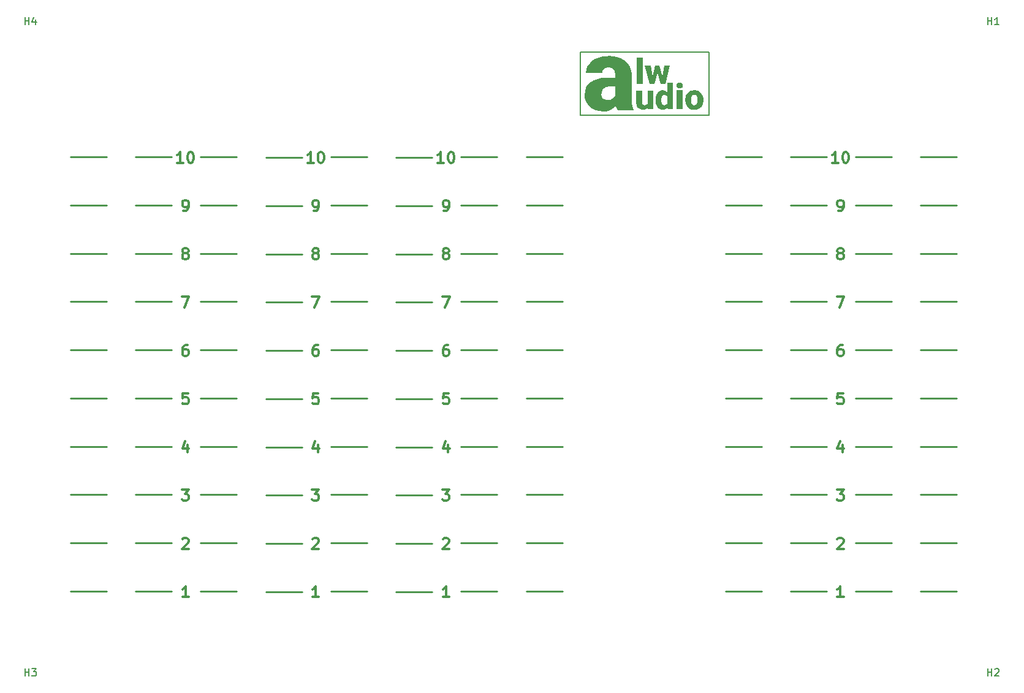
<source format=gto>
G04 #@! TF.GenerationSoftware,KiCad,Pcbnew,8.0.1-8.0.1-1~ubuntu22.04.1*
G04 #@! TF.CreationDate,2024-03-31T12:28:40+01:00*
G04 #@! TF.ProjectId,Arduino_Mixer,41726475-696e-46f5-9f4d-697865722e6b,1.0*
G04 #@! TF.SameCoordinates,Original*
G04 #@! TF.FileFunction,Legend,Top*
G04 #@! TF.FilePolarity,Positive*
%FSLAX46Y46*%
G04 Gerber Fmt 4.6, Leading zero omitted, Abs format (unit mm)*
G04 Created by KiCad (PCBNEW 8.0.1-8.0.1-1~ubuntu22.04.1) date 2024-03-31 12:28:40*
%MOMM*%
%LPD*%
G01*
G04 APERTURE LIST*
%ADD10C,0.150000*%
%ADD11C,0.750000*%
%ADD12C,1.000000*%
%ADD13C,0.250000*%
%ADD14C,0.300000*%
%ADD15C,3.200000*%
%ADD16R,1.600000X1.600000*%
%ADD17O,1.600000X1.600000*%
%ADD18C,4.000000*%
G04 APERTURE END LIST*
D10*
X156000000Y-50500000D02*
X173750000Y-50500000D01*
X173750000Y-59250000D01*
X156000000Y-59250000D01*
X156000000Y-50500000D01*
D11*
G36*
X164577110Y-51239404D02*
G01*
X164577110Y-54905001D01*
X163773551Y-54905001D01*
X163773551Y-51239404D01*
X164577110Y-51239404D01*
G37*
G36*
X168342725Y-52333612D02*
G01*
X167734926Y-54905001D01*
X167051046Y-54905001D01*
X166625331Y-53381658D01*
X166191922Y-54905001D01*
X165512316Y-54905001D01*
X164900244Y-52333612D01*
X165673028Y-52333612D01*
X165928628Y-53883455D01*
X166339811Y-52333612D01*
X166902302Y-52333612D01*
X167311775Y-53854390D01*
X167569940Y-52333612D01*
X168342725Y-52333612D01*
G37*
G36*
X165302878Y-58405001D02*
G01*
X165278942Y-58132303D01*
X165159070Y-58259877D01*
X165000536Y-58367308D01*
X164819027Y-58433812D01*
X164641361Y-58458432D01*
X164587369Y-58459711D01*
X164403576Y-58445713D01*
X164237735Y-58403718D01*
X164072622Y-58323010D01*
X163959909Y-58235740D01*
X163843377Y-58087104D01*
X163771810Y-57916949D01*
X163733908Y-57738698D01*
X163719783Y-57564099D01*
X163718841Y-57501424D01*
X163718841Y-55833612D01*
X164522400Y-55833612D01*
X164522400Y-57506553D01*
X164554540Y-57682365D01*
X164677959Y-57807387D01*
X164851517Y-57839945D01*
X165027509Y-57816005D01*
X165183146Y-57725982D01*
X165250732Y-57637345D01*
X165250732Y-55833612D01*
X166054291Y-55833612D01*
X166054291Y-58405001D01*
X165302878Y-58405001D01*
G37*
G36*
X168762456Y-58405001D02*
G01*
X168041817Y-58405001D01*
X168004204Y-58132303D01*
X167887196Y-58259877D01*
X167738946Y-58367308D01*
X167575202Y-58433812D01*
X167395964Y-58459391D01*
X167372470Y-58459711D01*
X167196758Y-58446728D01*
X167012728Y-58398763D01*
X166851279Y-58315455D01*
X166712409Y-58196804D01*
X166627041Y-58090416D01*
X166527780Y-57919645D01*
X166462103Y-57758620D01*
X166414338Y-57584070D01*
X166384485Y-57395996D01*
X166372544Y-57194399D01*
X166372295Y-57159484D01*
X166372295Y-57150081D01*
X167175854Y-57150081D01*
X167184119Y-57323705D01*
X167212302Y-57493673D01*
X167260484Y-57641619D01*
X167372508Y-57783972D01*
X167536038Y-57838202D01*
X167578489Y-57839945D01*
X167757406Y-57808689D01*
X167902125Y-57704287D01*
X167958897Y-57617684D01*
X167958897Y-56623493D01*
X167855514Y-56486490D01*
X167692508Y-56409426D01*
X167582763Y-56398668D01*
X167411145Y-56436628D01*
X167284646Y-56561550D01*
X167266468Y-56596993D01*
X167211250Y-56767736D01*
X167184703Y-56943631D01*
X167175943Y-57128061D01*
X167175854Y-57150081D01*
X166372295Y-57150081D01*
X166372295Y-57099645D01*
X166378536Y-56920806D01*
X166402498Y-56720691D01*
X166444433Y-56536384D01*
X166504339Y-56367886D01*
X166582217Y-56215195D01*
X166627896Y-56144777D01*
X166751174Y-56002214D01*
X166897360Y-55894667D01*
X167066454Y-55822135D01*
X167258454Y-55784618D01*
X167378454Y-55778901D01*
X167563995Y-55800202D01*
X167732091Y-55864103D01*
X167882741Y-55970604D01*
X167958897Y-56048179D01*
X167958897Y-54739404D01*
X168762456Y-54739404D01*
X168762456Y-58405001D01*
G37*
G36*
X169237752Y-55122377D02*
G01*
X169276161Y-54952816D01*
X169359141Y-54847115D01*
X169509291Y-54763071D01*
X169675436Y-54739404D01*
X169851321Y-54766332D01*
X169990875Y-54847115D01*
X170089721Y-54987224D01*
X170113119Y-55122377D01*
X170074440Y-55291937D01*
X169990875Y-55397638D01*
X169841393Y-55481682D01*
X169675436Y-55505349D01*
X169499337Y-55478422D01*
X169359141Y-55397638D01*
X169260987Y-55257530D01*
X169237752Y-55122377D01*
G37*
G36*
X170096022Y-55778901D02*
G01*
X170096022Y-58350290D01*
X169292463Y-58350290D01*
X169292463Y-55778901D01*
X170096022Y-55778901D01*
G37*
G36*
X171907073Y-55788063D02*
G01*
X172076382Y-55815550D01*
X172260929Y-55872721D01*
X172425161Y-55956279D01*
X172569076Y-56066224D01*
X172653733Y-56154181D01*
X172762967Y-56301352D01*
X172849600Y-56462047D01*
X172913634Y-56636266D01*
X172955068Y-56824009D01*
X172973901Y-57025276D01*
X172975157Y-57095370D01*
X172975157Y-57144952D01*
X172967309Y-57317370D01*
X172937176Y-57511875D01*
X172884442Y-57692856D01*
X172809109Y-57860313D01*
X172711175Y-58014246D01*
X172653733Y-58086141D01*
X172523332Y-58213097D01*
X172372554Y-58313785D01*
X172201400Y-58388207D01*
X172009871Y-58436363D01*
X171834697Y-58456428D01*
X171722801Y-58459711D01*
X171540595Y-58450820D01*
X171340239Y-58416680D01*
X171159839Y-58356934D01*
X170999395Y-58271582D01*
X170858905Y-58160625D01*
X170796144Y-58095545D01*
X170687201Y-57952020D01*
X170600797Y-57795212D01*
X170536934Y-57625120D01*
X170495611Y-57441745D01*
X170476827Y-57245086D01*
X170475575Y-57176581D01*
X170475575Y-57144952D01*
X171279134Y-57144952D01*
X171288150Y-57319194D01*
X171318895Y-57490034D01*
X171371458Y-57639055D01*
X171485550Y-57776382D01*
X171649804Y-57835040D01*
X171727930Y-57839945D01*
X171896910Y-57811815D01*
X172036621Y-57707890D01*
X172077564Y-57639910D01*
X172134866Y-57469568D01*
X172162415Y-57296577D01*
X172171506Y-57116761D01*
X172171598Y-57095370D01*
X172160587Y-56908571D01*
X172127556Y-56740761D01*
X172078419Y-56604686D01*
X171964911Y-56463853D01*
X171800907Y-56403697D01*
X171722801Y-56398668D01*
X171553822Y-56427399D01*
X171414110Y-56533544D01*
X171373168Y-56602977D01*
X171315866Y-56774962D01*
X171288317Y-56946934D01*
X171279226Y-57123978D01*
X171279134Y-57144952D01*
X170475575Y-57144952D01*
X170475575Y-57095370D01*
X170483381Y-56922952D01*
X170513354Y-56728447D01*
X170565807Y-56547466D01*
X170640740Y-56380009D01*
X170738153Y-56226076D01*
X170795289Y-56154181D01*
X170925600Y-56026644D01*
X171076107Y-55925495D01*
X171246810Y-55850732D01*
X171437709Y-55802356D01*
X171612218Y-55782200D01*
X171723656Y-55778901D01*
X171907073Y-55788063D01*
G37*
D12*
G36*
X160543548Y-51078649D02*
G01*
X161060315Y-51174018D01*
X161534773Y-51332967D01*
X162025205Y-51592475D01*
X162194870Y-51711200D01*
X162581690Y-52085044D01*
X162857990Y-52542236D01*
X163009091Y-53010650D01*
X163075576Y-53542878D01*
X163079030Y-53706664D01*
X163079030Y-56950209D01*
X163103373Y-57484428D01*
X163187522Y-57993713D01*
X163367842Y-58487732D01*
X163386775Y-58523133D01*
X161100662Y-58523133D01*
X160916994Y-58049213D01*
X160890614Y-57944277D01*
X160487921Y-58312645D01*
X160005243Y-58560456D01*
X159509048Y-58679525D01*
X159095429Y-58706315D01*
X158595494Y-58667236D01*
X158075765Y-58529849D01*
X157601244Y-58293545D01*
X157310013Y-58081053D01*
X156948730Y-57700170D01*
X156705684Y-57260941D01*
X156580877Y-56763365D01*
X156562630Y-56461723D01*
X156568513Y-56400662D01*
X158858513Y-56400662D01*
X159015005Y-56870782D01*
X159078332Y-56937997D01*
X159529904Y-57138152D01*
X159630321Y-57143161D01*
X160119379Y-57068743D01*
X160360607Y-56952651D01*
X160729595Y-56612438D01*
X160783147Y-56525226D01*
X160783147Y-55267376D01*
X160038206Y-55267376D01*
X159533310Y-55334228D01*
X159114968Y-55616643D01*
X158900838Y-56060356D01*
X158858513Y-56400662D01*
X156568513Y-56400662D01*
X156614532Y-55923015D01*
X156770237Y-55445062D01*
X157029745Y-55027865D01*
X157393056Y-54671423D01*
X157867650Y-54385048D01*
X158378340Y-54201590D01*
X158886956Y-54094199D01*
X159461003Y-54032833D01*
X159989357Y-54016852D01*
X160783147Y-54016852D01*
X160783147Y-53626064D01*
X160710697Y-53134907D01*
X160388697Y-52730074D01*
X159867236Y-52610013D01*
X159381930Y-52704677D01*
X159055618Y-53098976D01*
X159014829Y-53411130D01*
X156718946Y-53411130D01*
X156789077Y-52868818D01*
X156999472Y-52379442D01*
X157304241Y-51988883D01*
X157605547Y-51723412D01*
X158022420Y-51459794D01*
X158497263Y-51260925D01*
X159030075Y-51126803D01*
X159532910Y-51063377D01*
X159984473Y-51046859D01*
X160543548Y-51078649D01*
G37*
D13*
X148500000Y-118333328D02*
X153500000Y-118333328D01*
X130500000Y-71750002D02*
X135500000Y-71750002D01*
X112500000Y-71750002D02*
X117500000Y-71750002D01*
X94500000Y-84999998D02*
X99500000Y-84999998D01*
X121500000Y-91666664D02*
X126500000Y-91666664D01*
X121500000Y-78333332D02*
X126500000Y-78333332D01*
X176000000Y-78333332D02*
X181000000Y-78333332D01*
X130500000Y-65083336D02*
X135500000Y-65083336D01*
X185000000Y-111666662D02*
X190000000Y-111666662D01*
X121500000Y-71666666D02*
X126500000Y-71666666D01*
X112500000Y-118416664D02*
X117500000Y-118416664D01*
X185000000Y-125000000D02*
X190000000Y-125000000D01*
X94500000Y-71666666D02*
X99500000Y-71666666D01*
X112500000Y-65083336D02*
X117500000Y-65083336D01*
X103500000Y-65000000D02*
X108500000Y-65000000D01*
X139500000Y-111666662D02*
X144500000Y-111666662D01*
X194000000Y-71666666D02*
X199000000Y-71666666D01*
X148500000Y-78333332D02*
X153500000Y-78333332D01*
X94500000Y-125000000D02*
X99500000Y-125000000D01*
X103500000Y-78333332D02*
X108500000Y-78333332D01*
X203000000Y-125000000D02*
X208000000Y-125000000D01*
X203000000Y-104999996D02*
X208000000Y-104999996D01*
X130500000Y-98416666D02*
X135500000Y-98416666D01*
X103500000Y-84999998D02*
X108500000Y-84999998D01*
X148500000Y-125000000D02*
X153500000Y-125000000D01*
X176000000Y-84999998D02*
X181000000Y-84999998D01*
X185000000Y-104999996D02*
X190000000Y-104999996D01*
X194000000Y-111666662D02*
X199000000Y-111666662D01*
X103500000Y-118333328D02*
X108500000Y-118333328D01*
X130500000Y-91750000D02*
X135500000Y-91750000D01*
X85500000Y-84999998D02*
X90500000Y-84999998D01*
X121500000Y-84999998D02*
X126500000Y-84999998D01*
X194000000Y-98333330D02*
X199000000Y-98333330D01*
X130500000Y-125083336D02*
X135500000Y-125083336D01*
X85500000Y-104999996D02*
X90500000Y-104999996D01*
X130500000Y-105083332D02*
X135500000Y-105083332D01*
X121500000Y-118333328D02*
X126500000Y-118333328D01*
X185000000Y-118333328D02*
X190000000Y-118333328D01*
X203000000Y-78333332D02*
X208000000Y-78333332D01*
X148500000Y-111666662D02*
X153500000Y-111666662D01*
X85500000Y-98333330D02*
X90500000Y-98333330D01*
X121500000Y-125000000D02*
X126500000Y-125000000D01*
X85500000Y-65000000D02*
X90500000Y-65000000D01*
X203000000Y-65000000D02*
X208000000Y-65000000D01*
X85500000Y-78333332D02*
X90500000Y-78333332D01*
X94500000Y-91666664D02*
X99500000Y-91666664D01*
X194000000Y-118333328D02*
X199000000Y-118333328D01*
X94500000Y-111666662D02*
X99500000Y-111666662D01*
X94500000Y-118333328D02*
X99500000Y-118333328D01*
X103500000Y-98333330D02*
X108500000Y-98333330D01*
X85500000Y-111666662D02*
X90500000Y-111666662D01*
X176000000Y-104999996D02*
X181000000Y-104999996D01*
X130500000Y-111749998D02*
X135500000Y-111749998D01*
X94500000Y-78333332D02*
X99500000Y-78333332D01*
X194000000Y-65000000D02*
X199000000Y-65000000D01*
X85500000Y-71666666D02*
X90500000Y-71666666D01*
X103500000Y-104999996D02*
X108500000Y-104999996D01*
X194000000Y-104999996D02*
X199000000Y-104999996D01*
X139500000Y-71666666D02*
X144500000Y-71666666D01*
X194000000Y-125000000D02*
X199000000Y-125000000D01*
X121500000Y-104999996D02*
X126500000Y-104999996D01*
X203000000Y-111666662D02*
X208000000Y-111666662D01*
X139500000Y-78333332D02*
X144500000Y-78333332D01*
X185000000Y-84999998D02*
X190000000Y-84999998D01*
X176000000Y-91666664D02*
X181000000Y-91666664D01*
X176000000Y-65000000D02*
X181000000Y-65000000D01*
X130500000Y-118416664D02*
X135500000Y-118416664D01*
X194000000Y-84999998D02*
X199000000Y-84999998D01*
X112500000Y-85083334D02*
X117500000Y-85083334D01*
X112500000Y-125083336D02*
X117500000Y-125083336D01*
X176000000Y-71666666D02*
X181000000Y-71666666D01*
X176000000Y-111666662D02*
X181000000Y-111666662D01*
X203000000Y-118333328D02*
X208000000Y-118333328D01*
X85500000Y-118333328D02*
X90500000Y-118333328D01*
X112500000Y-78416668D02*
X117500000Y-78416668D01*
X203000000Y-71666666D02*
X208000000Y-71666666D01*
X139500000Y-118333328D02*
X144500000Y-118333328D01*
X103500000Y-91666664D02*
X108500000Y-91666664D01*
X112500000Y-105083332D02*
X117500000Y-105083332D01*
X139500000Y-65000000D02*
X144500000Y-65000000D01*
X130500000Y-85083334D02*
X135500000Y-85083334D01*
X103500000Y-71666666D02*
X108500000Y-71666666D01*
X176000000Y-98333330D02*
X181000000Y-98333330D01*
X194000000Y-91666664D02*
X199000000Y-91666664D01*
X203000000Y-98333330D02*
X208000000Y-98333330D01*
X121500000Y-98333330D02*
X126500000Y-98333330D01*
X130500000Y-78416668D02*
X135500000Y-78416668D01*
X148500000Y-104999996D02*
X153500000Y-104999996D01*
X121500000Y-65000000D02*
X126500000Y-65000000D01*
X185000000Y-98333330D02*
X190000000Y-98333330D01*
X203000000Y-91666664D02*
X208000000Y-91666664D01*
X148500000Y-91666664D02*
X153500000Y-91666664D01*
X94500000Y-98333330D02*
X99500000Y-98333330D01*
X103500000Y-111666662D02*
X108500000Y-111666662D01*
X139500000Y-98333330D02*
X144500000Y-98333330D01*
X148500000Y-84999998D02*
X153500000Y-84999998D01*
X94500000Y-65000000D02*
X99500000Y-65000000D01*
X121500000Y-111666662D02*
X126500000Y-111666662D01*
X176000000Y-125000000D02*
X181000000Y-125000000D01*
X203000000Y-84999998D02*
X208000000Y-84999998D01*
X139500000Y-104999996D02*
X144500000Y-104999996D01*
X148500000Y-98333330D02*
X153500000Y-98333330D01*
X139500000Y-91666664D02*
X144500000Y-91666664D01*
X185000000Y-78333332D02*
X190000000Y-78333332D01*
X139500000Y-84999998D02*
X144500000Y-84999998D01*
X85500000Y-91666664D02*
X90500000Y-91666664D01*
X94500000Y-104999996D02*
X99500000Y-104999996D01*
X176000000Y-118333328D02*
X181000000Y-118333328D01*
X194000000Y-78333332D02*
X199000000Y-78333332D01*
X103500000Y-125000000D02*
X108500000Y-125000000D01*
X112500000Y-111749998D02*
X117500000Y-111749998D01*
X185000000Y-65000000D02*
X190000000Y-65000000D01*
X148500000Y-65000000D02*
X153500000Y-65000000D01*
X148500000Y-71666666D02*
X153500000Y-71666666D01*
X185000000Y-71666666D02*
X190000000Y-71666666D01*
X185000000Y-91666664D02*
X190000000Y-91666664D01*
X112500000Y-98416666D02*
X117500000Y-98416666D01*
X85500000Y-125000000D02*
X90500000Y-125000000D01*
X112500000Y-91750000D02*
X117500000Y-91750000D01*
X139500000Y-125000000D02*
X144500000Y-125000000D01*
D14*
X101840225Y-125800828D02*
X100983082Y-125800828D01*
X101411653Y-125800828D02*
X101411653Y-124300828D01*
X101411653Y-124300828D02*
X101268796Y-124515114D01*
X101268796Y-124515114D02*
X101125939Y-124657971D01*
X101125939Y-124657971D02*
X100983082Y-124729400D01*
X191411653Y-84300826D02*
X192411653Y-84300826D01*
X192411653Y-84300826D02*
X191768796Y-85800826D01*
X137125939Y-72467494D02*
X137411653Y-72467494D01*
X137411653Y-72467494D02*
X137554510Y-72396066D01*
X137554510Y-72396066D02*
X137625939Y-72324637D01*
X137625939Y-72324637D02*
X137768796Y-72110351D01*
X137768796Y-72110351D02*
X137840225Y-71824637D01*
X137840225Y-71824637D02*
X137840225Y-71253208D01*
X137840225Y-71253208D02*
X137768796Y-71110351D01*
X137768796Y-71110351D02*
X137697368Y-71038923D01*
X137697368Y-71038923D02*
X137554510Y-70967494D01*
X137554510Y-70967494D02*
X137268796Y-70967494D01*
X137268796Y-70967494D02*
X137125939Y-71038923D01*
X137125939Y-71038923D02*
X137054510Y-71110351D01*
X137054510Y-71110351D02*
X136983082Y-71253208D01*
X136983082Y-71253208D02*
X136983082Y-71610351D01*
X136983082Y-71610351D02*
X137054510Y-71753208D01*
X137054510Y-71753208D02*
X137125939Y-71824637D01*
X137125939Y-71824637D02*
X137268796Y-71896066D01*
X137268796Y-71896066D02*
X137554510Y-71896066D01*
X137554510Y-71896066D02*
X137697368Y-71824637D01*
X137697368Y-71824637D02*
X137768796Y-71753208D01*
X137768796Y-71753208D02*
X137840225Y-71610351D01*
X191625939Y-65800828D02*
X190768796Y-65800828D01*
X191197367Y-65800828D02*
X191197367Y-64300828D01*
X191197367Y-64300828D02*
X191054510Y-64515114D01*
X191054510Y-64515114D02*
X190911653Y-64657971D01*
X190911653Y-64657971D02*
X190768796Y-64729400D01*
X192554510Y-64300828D02*
X192697367Y-64300828D01*
X192697367Y-64300828D02*
X192840224Y-64372257D01*
X192840224Y-64372257D02*
X192911653Y-64443685D01*
X192911653Y-64443685D02*
X192983081Y-64586542D01*
X192983081Y-64586542D02*
X193054510Y-64872257D01*
X193054510Y-64872257D02*
X193054510Y-65229400D01*
X193054510Y-65229400D02*
X192983081Y-65515114D01*
X192983081Y-65515114D02*
X192911653Y-65657971D01*
X192911653Y-65657971D02*
X192840224Y-65729400D01*
X192840224Y-65729400D02*
X192697367Y-65800828D01*
X192697367Y-65800828D02*
X192554510Y-65800828D01*
X192554510Y-65800828D02*
X192411653Y-65729400D01*
X192411653Y-65729400D02*
X192340224Y-65657971D01*
X192340224Y-65657971D02*
X192268795Y-65515114D01*
X192268795Y-65515114D02*
X192197367Y-65229400D01*
X192197367Y-65229400D02*
X192197367Y-64872257D01*
X192197367Y-64872257D02*
X192268795Y-64586542D01*
X192268795Y-64586542D02*
X192340224Y-64443685D01*
X192340224Y-64443685D02*
X192411653Y-64372257D01*
X192411653Y-64372257D02*
X192554510Y-64300828D01*
X101268796Y-78277017D02*
X101125939Y-78205589D01*
X101125939Y-78205589D02*
X101054510Y-78134160D01*
X101054510Y-78134160D02*
X100983082Y-77991303D01*
X100983082Y-77991303D02*
X100983082Y-77919874D01*
X100983082Y-77919874D02*
X101054510Y-77777017D01*
X101054510Y-77777017D02*
X101125939Y-77705589D01*
X101125939Y-77705589D02*
X101268796Y-77634160D01*
X101268796Y-77634160D02*
X101554510Y-77634160D01*
X101554510Y-77634160D02*
X101697368Y-77705589D01*
X101697368Y-77705589D02*
X101768796Y-77777017D01*
X101768796Y-77777017D02*
X101840225Y-77919874D01*
X101840225Y-77919874D02*
X101840225Y-77991303D01*
X101840225Y-77991303D02*
X101768796Y-78134160D01*
X101768796Y-78134160D02*
X101697368Y-78205589D01*
X101697368Y-78205589D02*
X101554510Y-78277017D01*
X101554510Y-78277017D02*
X101268796Y-78277017D01*
X101268796Y-78277017D02*
X101125939Y-78348446D01*
X101125939Y-78348446D02*
X101054510Y-78419874D01*
X101054510Y-78419874D02*
X100983082Y-78562732D01*
X100983082Y-78562732D02*
X100983082Y-78848446D01*
X100983082Y-78848446D02*
X101054510Y-78991303D01*
X101054510Y-78991303D02*
X101125939Y-79062732D01*
X101125939Y-79062732D02*
X101268796Y-79134160D01*
X101268796Y-79134160D02*
X101554510Y-79134160D01*
X101554510Y-79134160D02*
X101697368Y-79062732D01*
X101697368Y-79062732D02*
X101768796Y-78991303D01*
X101768796Y-78991303D02*
X101840225Y-78848446D01*
X101840225Y-78848446D02*
X101840225Y-78562732D01*
X101840225Y-78562732D02*
X101768796Y-78419874D01*
X101768796Y-78419874D02*
X101697368Y-78348446D01*
X101697368Y-78348446D02*
X101554510Y-78277017D01*
X119697368Y-104800824D02*
X119697368Y-105800824D01*
X119340225Y-104229396D02*
X118983082Y-105300824D01*
X118983082Y-105300824D02*
X119911653Y-105300824D01*
X118911653Y-84300826D02*
X119911653Y-84300826D01*
X119911653Y-84300826D02*
X119268796Y-85800826D01*
X101125939Y-72467494D02*
X101411653Y-72467494D01*
X101411653Y-72467494D02*
X101554510Y-72396066D01*
X101554510Y-72396066D02*
X101625939Y-72324637D01*
X101625939Y-72324637D02*
X101768796Y-72110351D01*
X101768796Y-72110351D02*
X101840225Y-71824637D01*
X101840225Y-71824637D02*
X101840225Y-71253208D01*
X101840225Y-71253208D02*
X101768796Y-71110351D01*
X101768796Y-71110351D02*
X101697368Y-71038923D01*
X101697368Y-71038923D02*
X101554510Y-70967494D01*
X101554510Y-70967494D02*
X101268796Y-70967494D01*
X101268796Y-70967494D02*
X101125939Y-71038923D01*
X101125939Y-71038923D02*
X101054510Y-71110351D01*
X101054510Y-71110351D02*
X100983082Y-71253208D01*
X100983082Y-71253208D02*
X100983082Y-71610351D01*
X100983082Y-71610351D02*
X101054510Y-71753208D01*
X101054510Y-71753208D02*
X101125939Y-71824637D01*
X101125939Y-71824637D02*
X101268796Y-71896066D01*
X101268796Y-71896066D02*
X101554510Y-71896066D01*
X101554510Y-71896066D02*
X101697368Y-71824637D01*
X101697368Y-71824637D02*
X101768796Y-71753208D01*
X101768796Y-71753208D02*
X101840225Y-71610351D01*
X118983082Y-117777013D02*
X119054510Y-117705585D01*
X119054510Y-117705585D02*
X119197368Y-117634156D01*
X119197368Y-117634156D02*
X119554510Y-117634156D01*
X119554510Y-117634156D02*
X119697368Y-117705585D01*
X119697368Y-117705585D02*
X119768796Y-117777013D01*
X119768796Y-117777013D02*
X119840225Y-117919870D01*
X119840225Y-117919870D02*
X119840225Y-118062728D01*
X119840225Y-118062728D02*
X119768796Y-118277013D01*
X119768796Y-118277013D02*
X118911653Y-119134156D01*
X118911653Y-119134156D02*
X119840225Y-119134156D01*
X119697368Y-90967492D02*
X119411653Y-90967492D01*
X119411653Y-90967492D02*
X119268796Y-91038921D01*
X119268796Y-91038921D02*
X119197368Y-91110349D01*
X119197368Y-91110349D02*
X119054510Y-91324635D01*
X119054510Y-91324635D02*
X118983082Y-91610349D01*
X118983082Y-91610349D02*
X118983082Y-92181778D01*
X118983082Y-92181778D02*
X119054510Y-92324635D01*
X119054510Y-92324635D02*
X119125939Y-92396064D01*
X119125939Y-92396064D02*
X119268796Y-92467492D01*
X119268796Y-92467492D02*
X119554510Y-92467492D01*
X119554510Y-92467492D02*
X119697368Y-92396064D01*
X119697368Y-92396064D02*
X119768796Y-92324635D01*
X119768796Y-92324635D02*
X119840225Y-92181778D01*
X119840225Y-92181778D02*
X119840225Y-91824635D01*
X119840225Y-91824635D02*
X119768796Y-91681778D01*
X119768796Y-91681778D02*
X119697368Y-91610349D01*
X119697368Y-91610349D02*
X119554510Y-91538921D01*
X119554510Y-91538921D02*
X119268796Y-91538921D01*
X119268796Y-91538921D02*
X119125939Y-91610349D01*
X119125939Y-91610349D02*
X119054510Y-91681778D01*
X119054510Y-91681778D02*
X118983082Y-91824635D01*
X137840225Y-125800828D02*
X136983082Y-125800828D01*
X137411653Y-125800828D02*
X137411653Y-124300828D01*
X137411653Y-124300828D02*
X137268796Y-124515114D01*
X137268796Y-124515114D02*
X137125939Y-124657971D01*
X137125939Y-124657971D02*
X136983082Y-124729400D01*
X100911653Y-110967490D02*
X101840225Y-110967490D01*
X101840225Y-110967490D02*
X101340225Y-111538919D01*
X101340225Y-111538919D02*
X101554510Y-111538919D01*
X101554510Y-111538919D02*
X101697368Y-111610347D01*
X101697368Y-111610347D02*
X101768796Y-111681776D01*
X101768796Y-111681776D02*
X101840225Y-111824633D01*
X101840225Y-111824633D02*
X101840225Y-112181776D01*
X101840225Y-112181776D02*
X101768796Y-112324633D01*
X101768796Y-112324633D02*
X101697368Y-112396062D01*
X101697368Y-112396062D02*
X101554510Y-112467490D01*
X101554510Y-112467490D02*
X101125939Y-112467490D01*
X101125939Y-112467490D02*
X100983082Y-112396062D01*
X100983082Y-112396062D02*
X100911653Y-112324633D01*
X137697368Y-90967492D02*
X137411653Y-90967492D01*
X137411653Y-90967492D02*
X137268796Y-91038921D01*
X137268796Y-91038921D02*
X137197368Y-91110349D01*
X137197368Y-91110349D02*
X137054510Y-91324635D01*
X137054510Y-91324635D02*
X136983082Y-91610349D01*
X136983082Y-91610349D02*
X136983082Y-92181778D01*
X136983082Y-92181778D02*
X137054510Y-92324635D01*
X137054510Y-92324635D02*
X137125939Y-92396064D01*
X137125939Y-92396064D02*
X137268796Y-92467492D01*
X137268796Y-92467492D02*
X137554510Y-92467492D01*
X137554510Y-92467492D02*
X137697368Y-92396064D01*
X137697368Y-92396064D02*
X137768796Y-92324635D01*
X137768796Y-92324635D02*
X137840225Y-92181778D01*
X137840225Y-92181778D02*
X137840225Y-91824635D01*
X137840225Y-91824635D02*
X137768796Y-91681778D01*
X137768796Y-91681778D02*
X137697368Y-91610349D01*
X137697368Y-91610349D02*
X137554510Y-91538921D01*
X137554510Y-91538921D02*
X137268796Y-91538921D01*
X137268796Y-91538921D02*
X137125939Y-91610349D01*
X137125939Y-91610349D02*
X137054510Y-91681778D01*
X137054510Y-91681778D02*
X136983082Y-91824635D01*
X137697368Y-104800824D02*
X137697368Y-105800824D01*
X137340225Y-104229396D02*
X136983082Y-105300824D01*
X136983082Y-105300824D02*
X137911653Y-105300824D01*
X137268796Y-78277017D02*
X137125939Y-78205589D01*
X137125939Y-78205589D02*
X137054510Y-78134160D01*
X137054510Y-78134160D02*
X136983082Y-77991303D01*
X136983082Y-77991303D02*
X136983082Y-77919874D01*
X136983082Y-77919874D02*
X137054510Y-77777017D01*
X137054510Y-77777017D02*
X137125939Y-77705589D01*
X137125939Y-77705589D02*
X137268796Y-77634160D01*
X137268796Y-77634160D02*
X137554510Y-77634160D01*
X137554510Y-77634160D02*
X137697368Y-77705589D01*
X137697368Y-77705589D02*
X137768796Y-77777017D01*
X137768796Y-77777017D02*
X137840225Y-77919874D01*
X137840225Y-77919874D02*
X137840225Y-77991303D01*
X137840225Y-77991303D02*
X137768796Y-78134160D01*
X137768796Y-78134160D02*
X137697368Y-78205589D01*
X137697368Y-78205589D02*
X137554510Y-78277017D01*
X137554510Y-78277017D02*
X137268796Y-78277017D01*
X137268796Y-78277017D02*
X137125939Y-78348446D01*
X137125939Y-78348446D02*
X137054510Y-78419874D01*
X137054510Y-78419874D02*
X136983082Y-78562732D01*
X136983082Y-78562732D02*
X136983082Y-78848446D01*
X136983082Y-78848446D02*
X137054510Y-78991303D01*
X137054510Y-78991303D02*
X137125939Y-79062732D01*
X137125939Y-79062732D02*
X137268796Y-79134160D01*
X137268796Y-79134160D02*
X137554510Y-79134160D01*
X137554510Y-79134160D02*
X137697368Y-79062732D01*
X137697368Y-79062732D02*
X137768796Y-78991303D01*
X137768796Y-78991303D02*
X137840225Y-78848446D01*
X137840225Y-78848446D02*
X137840225Y-78562732D01*
X137840225Y-78562732D02*
X137768796Y-78419874D01*
X137768796Y-78419874D02*
X137697368Y-78348446D01*
X137697368Y-78348446D02*
X137554510Y-78277017D01*
X101125939Y-65800828D02*
X100268796Y-65800828D01*
X100697367Y-65800828D02*
X100697367Y-64300828D01*
X100697367Y-64300828D02*
X100554510Y-64515114D01*
X100554510Y-64515114D02*
X100411653Y-64657971D01*
X100411653Y-64657971D02*
X100268796Y-64729400D01*
X102054510Y-64300828D02*
X102197367Y-64300828D01*
X102197367Y-64300828D02*
X102340224Y-64372257D01*
X102340224Y-64372257D02*
X102411653Y-64443685D01*
X102411653Y-64443685D02*
X102483081Y-64586542D01*
X102483081Y-64586542D02*
X102554510Y-64872257D01*
X102554510Y-64872257D02*
X102554510Y-65229400D01*
X102554510Y-65229400D02*
X102483081Y-65515114D01*
X102483081Y-65515114D02*
X102411653Y-65657971D01*
X102411653Y-65657971D02*
X102340224Y-65729400D01*
X102340224Y-65729400D02*
X102197367Y-65800828D01*
X102197367Y-65800828D02*
X102054510Y-65800828D01*
X102054510Y-65800828D02*
X101911653Y-65729400D01*
X101911653Y-65729400D02*
X101840224Y-65657971D01*
X101840224Y-65657971D02*
X101768795Y-65515114D01*
X101768795Y-65515114D02*
X101697367Y-65229400D01*
X101697367Y-65229400D02*
X101697367Y-64872257D01*
X101697367Y-64872257D02*
X101768795Y-64586542D01*
X101768795Y-64586542D02*
X101840224Y-64443685D01*
X101840224Y-64443685D02*
X101911653Y-64372257D01*
X101911653Y-64372257D02*
X102054510Y-64300828D01*
X119768796Y-97634158D02*
X119054510Y-97634158D01*
X119054510Y-97634158D02*
X118983082Y-98348444D01*
X118983082Y-98348444D02*
X119054510Y-98277015D01*
X119054510Y-98277015D02*
X119197368Y-98205587D01*
X119197368Y-98205587D02*
X119554510Y-98205587D01*
X119554510Y-98205587D02*
X119697368Y-98277015D01*
X119697368Y-98277015D02*
X119768796Y-98348444D01*
X119768796Y-98348444D02*
X119840225Y-98491301D01*
X119840225Y-98491301D02*
X119840225Y-98848444D01*
X119840225Y-98848444D02*
X119768796Y-98991301D01*
X119768796Y-98991301D02*
X119697368Y-99062730D01*
X119697368Y-99062730D02*
X119554510Y-99134158D01*
X119554510Y-99134158D02*
X119197368Y-99134158D01*
X119197368Y-99134158D02*
X119054510Y-99062730D01*
X119054510Y-99062730D02*
X118983082Y-98991301D01*
X101768796Y-97634158D02*
X101054510Y-97634158D01*
X101054510Y-97634158D02*
X100983082Y-98348444D01*
X100983082Y-98348444D02*
X101054510Y-98277015D01*
X101054510Y-98277015D02*
X101197368Y-98205587D01*
X101197368Y-98205587D02*
X101554510Y-98205587D01*
X101554510Y-98205587D02*
X101697368Y-98277015D01*
X101697368Y-98277015D02*
X101768796Y-98348444D01*
X101768796Y-98348444D02*
X101840225Y-98491301D01*
X101840225Y-98491301D02*
X101840225Y-98848444D01*
X101840225Y-98848444D02*
X101768796Y-98991301D01*
X101768796Y-98991301D02*
X101697368Y-99062730D01*
X101697368Y-99062730D02*
X101554510Y-99134158D01*
X101554510Y-99134158D02*
X101197368Y-99134158D01*
X101197368Y-99134158D02*
X101054510Y-99062730D01*
X101054510Y-99062730D02*
X100983082Y-98991301D01*
X101697368Y-104800824D02*
X101697368Y-105800824D01*
X101340225Y-104229396D02*
X100983082Y-105300824D01*
X100983082Y-105300824D02*
X101911653Y-105300824D01*
X192197368Y-104800824D02*
X192197368Y-105800824D01*
X191840225Y-104229396D02*
X191483082Y-105300824D01*
X191483082Y-105300824D02*
X192411653Y-105300824D01*
X191625939Y-72467494D02*
X191911653Y-72467494D01*
X191911653Y-72467494D02*
X192054510Y-72396066D01*
X192054510Y-72396066D02*
X192125939Y-72324637D01*
X192125939Y-72324637D02*
X192268796Y-72110351D01*
X192268796Y-72110351D02*
X192340225Y-71824637D01*
X192340225Y-71824637D02*
X192340225Y-71253208D01*
X192340225Y-71253208D02*
X192268796Y-71110351D01*
X192268796Y-71110351D02*
X192197368Y-71038923D01*
X192197368Y-71038923D02*
X192054510Y-70967494D01*
X192054510Y-70967494D02*
X191768796Y-70967494D01*
X191768796Y-70967494D02*
X191625939Y-71038923D01*
X191625939Y-71038923D02*
X191554510Y-71110351D01*
X191554510Y-71110351D02*
X191483082Y-71253208D01*
X191483082Y-71253208D02*
X191483082Y-71610351D01*
X191483082Y-71610351D02*
X191554510Y-71753208D01*
X191554510Y-71753208D02*
X191625939Y-71824637D01*
X191625939Y-71824637D02*
X191768796Y-71896066D01*
X191768796Y-71896066D02*
X192054510Y-71896066D01*
X192054510Y-71896066D02*
X192197368Y-71824637D01*
X192197368Y-71824637D02*
X192268796Y-71753208D01*
X192268796Y-71753208D02*
X192340225Y-71610351D01*
X137125939Y-65800828D02*
X136268796Y-65800828D01*
X136697367Y-65800828D02*
X136697367Y-64300828D01*
X136697367Y-64300828D02*
X136554510Y-64515114D01*
X136554510Y-64515114D02*
X136411653Y-64657971D01*
X136411653Y-64657971D02*
X136268796Y-64729400D01*
X138054510Y-64300828D02*
X138197367Y-64300828D01*
X138197367Y-64300828D02*
X138340224Y-64372257D01*
X138340224Y-64372257D02*
X138411653Y-64443685D01*
X138411653Y-64443685D02*
X138483081Y-64586542D01*
X138483081Y-64586542D02*
X138554510Y-64872257D01*
X138554510Y-64872257D02*
X138554510Y-65229400D01*
X138554510Y-65229400D02*
X138483081Y-65515114D01*
X138483081Y-65515114D02*
X138411653Y-65657971D01*
X138411653Y-65657971D02*
X138340224Y-65729400D01*
X138340224Y-65729400D02*
X138197367Y-65800828D01*
X138197367Y-65800828D02*
X138054510Y-65800828D01*
X138054510Y-65800828D02*
X137911653Y-65729400D01*
X137911653Y-65729400D02*
X137840224Y-65657971D01*
X137840224Y-65657971D02*
X137768795Y-65515114D01*
X137768795Y-65515114D02*
X137697367Y-65229400D01*
X137697367Y-65229400D02*
X137697367Y-64872257D01*
X137697367Y-64872257D02*
X137768795Y-64586542D01*
X137768795Y-64586542D02*
X137840224Y-64443685D01*
X137840224Y-64443685D02*
X137911653Y-64372257D01*
X137911653Y-64372257D02*
X138054510Y-64300828D01*
X119840225Y-125800828D02*
X118983082Y-125800828D01*
X119411653Y-125800828D02*
X119411653Y-124300828D01*
X119411653Y-124300828D02*
X119268796Y-124515114D01*
X119268796Y-124515114D02*
X119125939Y-124657971D01*
X119125939Y-124657971D02*
X118983082Y-124729400D01*
X100983082Y-117777013D02*
X101054510Y-117705585D01*
X101054510Y-117705585D02*
X101197368Y-117634156D01*
X101197368Y-117634156D02*
X101554510Y-117634156D01*
X101554510Y-117634156D02*
X101697368Y-117705585D01*
X101697368Y-117705585D02*
X101768796Y-117777013D01*
X101768796Y-117777013D02*
X101840225Y-117919870D01*
X101840225Y-117919870D02*
X101840225Y-118062728D01*
X101840225Y-118062728D02*
X101768796Y-118277013D01*
X101768796Y-118277013D02*
X100911653Y-119134156D01*
X100911653Y-119134156D02*
X101840225Y-119134156D01*
X136983082Y-117777013D02*
X137054510Y-117705585D01*
X137054510Y-117705585D02*
X137197368Y-117634156D01*
X137197368Y-117634156D02*
X137554510Y-117634156D01*
X137554510Y-117634156D02*
X137697368Y-117705585D01*
X137697368Y-117705585D02*
X137768796Y-117777013D01*
X137768796Y-117777013D02*
X137840225Y-117919870D01*
X137840225Y-117919870D02*
X137840225Y-118062728D01*
X137840225Y-118062728D02*
X137768796Y-118277013D01*
X137768796Y-118277013D02*
X136911653Y-119134156D01*
X136911653Y-119134156D02*
X137840225Y-119134156D01*
X136911653Y-84300826D02*
X137911653Y-84300826D01*
X137911653Y-84300826D02*
X137268796Y-85800826D01*
X192197368Y-90967492D02*
X191911653Y-90967492D01*
X191911653Y-90967492D02*
X191768796Y-91038921D01*
X191768796Y-91038921D02*
X191697368Y-91110349D01*
X191697368Y-91110349D02*
X191554510Y-91324635D01*
X191554510Y-91324635D02*
X191483082Y-91610349D01*
X191483082Y-91610349D02*
X191483082Y-92181778D01*
X191483082Y-92181778D02*
X191554510Y-92324635D01*
X191554510Y-92324635D02*
X191625939Y-92396064D01*
X191625939Y-92396064D02*
X191768796Y-92467492D01*
X191768796Y-92467492D02*
X192054510Y-92467492D01*
X192054510Y-92467492D02*
X192197368Y-92396064D01*
X192197368Y-92396064D02*
X192268796Y-92324635D01*
X192268796Y-92324635D02*
X192340225Y-92181778D01*
X192340225Y-92181778D02*
X192340225Y-91824635D01*
X192340225Y-91824635D02*
X192268796Y-91681778D01*
X192268796Y-91681778D02*
X192197368Y-91610349D01*
X192197368Y-91610349D02*
X192054510Y-91538921D01*
X192054510Y-91538921D02*
X191768796Y-91538921D01*
X191768796Y-91538921D02*
X191625939Y-91610349D01*
X191625939Y-91610349D02*
X191554510Y-91681778D01*
X191554510Y-91681778D02*
X191483082Y-91824635D01*
X119268796Y-78277017D02*
X119125939Y-78205589D01*
X119125939Y-78205589D02*
X119054510Y-78134160D01*
X119054510Y-78134160D02*
X118983082Y-77991303D01*
X118983082Y-77991303D02*
X118983082Y-77919874D01*
X118983082Y-77919874D02*
X119054510Y-77777017D01*
X119054510Y-77777017D02*
X119125939Y-77705589D01*
X119125939Y-77705589D02*
X119268796Y-77634160D01*
X119268796Y-77634160D02*
X119554510Y-77634160D01*
X119554510Y-77634160D02*
X119697368Y-77705589D01*
X119697368Y-77705589D02*
X119768796Y-77777017D01*
X119768796Y-77777017D02*
X119840225Y-77919874D01*
X119840225Y-77919874D02*
X119840225Y-77991303D01*
X119840225Y-77991303D02*
X119768796Y-78134160D01*
X119768796Y-78134160D02*
X119697368Y-78205589D01*
X119697368Y-78205589D02*
X119554510Y-78277017D01*
X119554510Y-78277017D02*
X119268796Y-78277017D01*
X119268796Y-78277017D02*
X119125939Y-78348446D01*
X119125939Y-78348446D02*
X119054510Y-78419874D01*
X119054510Y-78419874D02*
X118983082Y-78562732D01*
X118983082Y-78562732D02*
X118983082Y-78848446D01*
X118983082Y-78848446D02*
X119054510Y-78991303D01*
X119054510Y-78991303D02*
X119125939Y-79062732D01*
X119125939Y-79062732D02*
X119268796Y-79134160D01*
X119268796Y-79134160D02*
X119554510Y-79134160D01*
X119554510Y-79134160D02*
X119697368Y-79062732D01*
X119697368Y-79062732D02*
X119768796Y-78991303D01*
X119768796Y-78991303D02*
X119840225Y-78848446D01*
X119840225Y-78848446D02*
X119840225Y-78562732D01*
X119840225Y-78562732D02*
X119768796Y-78419874D01*
X119768796Y-78419874D02*
X119697368Y-78348446D01*
X119697368Y-78348446D02*
X119554510Y-78277017D01*
X118911653Y-110967490D02*
X119840225Y-110967490D01*
X119840225Y-110967490D02*
X119340225Y-111538919D01*
X119340225Y-111538919D02*
X119554510Y-111538919D01*
X119554510Y-111538919D02*
X119697368Y-111610347D01*
X119697368Y-111610347D02*
X119768796Y-111681776D01*
X119768796Y-111681776D02*
X119840225Y-111824633D01*
X119840225Y-111824633D02*
X119840225Y-112181776D01*
X119840225Y-112181776D02*
X119768796Y-112324633D01*
X119768796Y-112324633D02*
X119697368Y-112396062D01*
X119697368Y-112396062D02*
X119554510Y-112467490D01*
X119554510Y-112467490D02*
X119125939Y-112467490D01*
X119125939Y-112467490D02*
X118983082Y-112396062D01*
X118983082Y-112396062D02*
X118911653Y-112324633D01*
X192340225Y-125800828D02*
X191483082Y-125800828D01*
X191911653Y-125800828D02*
X191911653Y-124300828D01*
X191911653Y-124300828D02*
X191768796Y-124515114D01*
X191768796Y-124515114D02*
X191625939Y-124657971D01*
X191625939Y-124657971D02*
X191483082Y-124729400D01*
X192268796Y-97634158D02*
X191554510Y-97634158D01*
X191554510Y-97634158D02*
X191483082Y-98348444D01*
X191483082Y-98348444D02*
X191554510Y-98277015D01*
X191554510Y-98277015D02*
X191697368Y-98205587D01*
X191697368Y-98205587D02*
X192054510Y-98205587D01*
X192054510Y-98205587D02*
X192197368Y-98277015D01*
X192197368Y-98277015D02*
X192268796Y-98348444D01*
X192268796Y-98348444D02*
X192340225Y-98491301D01*
X192340225Y-98491301D02*
X192340225Y-98848444D01*
X192340225Y-98848444D02*
X192268796Y-98991301D01*
X192268796Y-98991301D02*
X192197368Y-99062730D01*
X192197368Y-99062730D02*
X192054510Y-99134158D01*
X192054510Y-99134158D02*
X191697368Y-99134158D01*
X191697368Y-99134158D02*
X191554510Y-99062730D01*
X191554510Y-99062730D02*
X191483082Y-98991301D01*
X137768796Y-97634158D02*
X137054510Y-97634158D01*
X137054510Y-97634158D02*
X136983082Y-98348444D01*
X136983082Y-98348444D02*
X137054510Y-98277015D01*
X137054510Y-98277015D02*
X137197368Y-98205587D01*
X137197368Y-98205587D02*
X137554510Y-98205587D01*
X137554510Y-98205587D02*
X137697368Y-98277015D01*
X137697368Y-98277015D02*
X137768796Y-98348444D01*
X137768796Y-98348444D02*
X137840225Y-98491301D01*
X137840225Y-98491301D02*
X137840225Y-98848444D01*
X137840225Y-98848444D02*
X137768796Y-98991301D01*
X137768796Y-98991301D02*
X137697368Y-99062730D01*
X137697368Y-99062730D02*
X137554510Y-99134158D01*
X137554510Y-99134158D02*
X137197368Y-99134158D01*
X137197368Y-99134158D02*
X137054510Y-99062730D01*
X137054510Y-99062730D02*
X136983082Y-98991301D01*
X191768796Y-78277017D02*
X191625939Y-78205589D01*
X191625939Y-78205589D02*
X191554510Y-78134160D01*
X191554510Y-78134160D02*
X191483082Y-77991303D01*
X191483082Y-77991303D02*
X191483082Y-77919874D01*
X191483082Y-77919874D02*
X191554510Y-77777017D01*
X191554510Y-77777017D02*
X191625939Y-77705589D01*
X191625939Y-77705589D02*
X191768796Y-77634160D01*
X191768796Y-77634160D02*
X192054510Y-77634160D01*
X192054510Y-77634160D02*
X192197368Y-77705589D01*
X192197368Y-77705589D02*
X192268796Y-77777017D01*
X192268796Y-77777017D02*
X192340225Y-77919874D01*
X192340225Y-77919874D02*
X192340225Y-77991303D01*
X192340225Y-77991303D02*
X192268796Y-78134160D01*
X192268796Y-78134160D02*
X192197368Y-78205589D01*
X192197368Y-78205589D02*
X192054510Y-78277017D01*
X192054510Y-78277017D02*
X191768796Y-78277017D01*
X191768796Y-78277017D02*
X191625939Y-78348446D01*
X191625939Y-78348446D02*
X191554510Y-78419874D01*
X191554510Y-78419874D02*
X191483082Y-78562732D01*
X191483082Y-78562732D02*
X191483082Y-78848446D01*
X191483082Y-78848446D02*
X191554510Y-78991303D01*
X191554510Y-78991303D02*
X191625939Y-79062732D01*
X191625939Y-79062732D02*
X191768796Y-79134160D01*
X191768796Y-79134160D02*
X192054510Y-79134160D01*
X192054510Y-79134160D02*
X192197368Y-79062732D01*
X192197368Y-79062732D02*
X192268796Y-78991303D01*
X192268796Y-78991303D02*
X192340225Y-78848446D01*
X192340225Y-78848446D02*
X192340225Y-78562732D01*
X192340225Y-78562732D02*
X192268796Y-78419874D01*
X192268796Y-78419874D02*
X192197368Y-78348446D01*
X192197368Y-78348446D02*
X192054510Y-78277017D01*
X119125939Y-65800828D02*
X118268796Y-65800828D01*
X118697367Y-65800828D02*
X118697367Y-64300828D01*
X118697367Y-64300828D02*
X118554510Y-64515114D01*
X118554510Y-64515114D02*
X118411653Y-64657971D01*
X118411653Y-64657971D02*
X118268796Y-64729400D01*
X120054510Y-64300828D02*
X120197367Y-64300828D01*
X120197367Y-64300828D02*
X120340224Y-64372257D01*
X120340224Y-64372257D02*
X120411653Y-64443685D01*
X120411653Y-64443685D02*
X120483081Y-64586542D01*
X120483081Y-64586542D02*
X120554510Y-64872257D01*
X120554510Y-64872257D02*
X120554510Y-65229400D01*
X120554510Y-65229400D02*
X120483081Y-65515114D01*
X120483081Y-65515114D02*
X120411653Y-65657971D01*
X120411653Y-65657971D02*
X120340224Y-65729400D01*
X120340224Y-65729400D02*
X120197367Y-65800828D01*
X120197367Y-65800828D02*
X120054510Y-65800828D01*
X120054510Y-65800828D02*
X119911653Y-65729400D01*
X119911653Y-65729400D02*
X119840224Y-65657971D01*
X119840224Y-65657971D02*
X119768795Y-65515114D01*
X119768795Y-65515114D02*
X119697367Y-65229400D01*
X119697367Y-65229400D02*
X119697367Y-64872257D01*
X119697367Y-64872257D02*
X119768795Y-64586542D01*
X119768795Y-64586542D02*
X119840224Y-64443685D01*
X119840224Y-64443685D02*
X119911653Y-64372257D01*
X119911653Y-64372257D02*
X120054510Y-64300828D01*
X191483082Y-117777013D02*
X191554510Y-117705585D01*
X191554510Y-117705585D02*
X191697368Y-117634156D01*
X191697368Y-117634156D02*
X192054510Y-117634156D01*
X192054510Y-117634156D02*
X192197368Y-117705585D01*
X192197368Y-117705585D02*
X192268796Y-117777013D01*
X192268796Y-117777013D02*
X192340225Y-117919870D01*
X192340225Y-117919870D02*
X192340225Y-118062728D01*
X192340225Y-118062728D02*
X192268796Y-118277013D01*
X192268796Y-118277013D02*
X191411653Y-119134156D01*
X191411653Y-119134156D02*
X192340225Y-119134156D01*
X119125939Y-72467494D02*
X119411653Y-72467494D01*
X119411653Y-72467494D02*
X119554510Y-72396066D01*
X119554510Y-72396066D02*
X119625939Y-72324637D01*
X119625939Y-72324637D02*
X119768796Y-72110351D01*
X119768796Y-72110351D02*
X119840225Y-71824637D01*
X119840225Y-71824637D02*
X119840225Y-71253208D01*
X119840225Y-71253208D02*
X119768796Y-71110351D01*
X119768796Y-71110351D02*
X119697368Y-71038923D01*
X119697368Y-71038923D02*
X119554510Y-70967494D01*
X119554510Y-70967494D02*
X119268796Y-70967494D01*
X119268796Y-70967494D02*
X119125939Y-71038923D01*
X119125939Y-71038923D02*
X119054510Y-71110351D01*
X119054510Y-71110351D02*
X118983082Y-71253208D01*
X118983082Y-71253208D02*
X118983082Y-71610351D01*
X118983082Y-71610351D02*
X119054510Y-71753208D01*
X119054510Y-71753208D02*
X119125939Y-71824637D01*
X119125939Y-71824637D02*
X119268796Y-71896066D01*
X119268796Y-71896066D02*
X119554510Y-71896066D01*
X119554510Y-71896066D02*
X119697368Y-71824637D01*
X119697368Y-71824637D02*
X119768796Y-71753208D01*
X119768796Y-71753208D02*
X119840225Y-71610351D01*
X100911653Y-84300826D02*
X101911653Y-84300826D01*
X101911653Y-84300826D02*
X101268796Y-85800826D01*
X101697368Y-90967492D02*
X101411653Y-90967492D01*
X101411653Y-90967492D02*
X101268796Y-91038921D01*
X101268796Y-91038921D02*
X101197368Y-91110349D01*
X101197368Y-91110349D02*
X101054510Y-91324635D01*
X101054510Y-91324635D02*
X100983082Y-91610349D01*
X100983082Y-91610349D02*
X100983082Y-92181778D01*
X100983082Y-92181778D02*
X101054510Y-92324635D01*
X101054510Y-92324635D02*
X101125939Y-92396064D01*
X101125939Y-92396064D02*
X101268796Y-92467492D01*
X101268796Y-92467492D02*
X101554510Y-92467492D01*
X101554510Y-92467492D02*
X101697368Y-92396064D01*
X101697368Y-92396064D02*
X101768796Y-92324635D01*
X101768796Y-92324635D02*
X101840225Y-92181778D01*
X101840225Y-92181778D02*
X101840225Y-91824635D01*
X101840225Y-91824635D02*
X101768796Y-91681778D01*
X101768796Y-91681778D02*
X101697368Y-91610349D01*
X101697368Y-91610349D02*
X101554510Y-91538921D01*
X101554510Y-91538921D02*
X101268796Y-91538921D01*
X101268796Y-91538921D02*
X101125939Y-91610349D01*
X101125939Y-91610349D02*
X101054510Y-91681778D01*
X101054510Y-91681778D02*
X100983082Y-91824635D01*
X136911653Y-110967490D02*
X137840225Y-110967490D01*
X137840225Y-110967490D02*
X137340225Y-111538919D01*
X137340225Y-111538919D02*
X137554510Y-111538919D01*
X137554510Y-111538919D02*
X137697368Y-111610347D01*
X137697368Y-111610347D02*
X137768796Y-111681776D01*
X137768796Y-111681776D02*
X137840225Y-111824633D01*
X137840225Y-111824633D02*
X137840225Y-112181776D01*
X137840225Y-112181776D02*
X137768796Y-112324633D01*
X137768796Y-112324633D02*
X137697368Y-112396062D01*
X137697368Y-112396062D02*
X137554510Y-112467490D01*
X137554510Y-112467490D02*
X137125939Y-112467490D01*
X137125939Y-112467490D02*
X136983082Y-112396062D01*
X136983082Y-112396062D02*
X136911653Y-112324633D01*
X191411653Y-110967490D02*
X192340225Y-110967490D01*
X192340225Y-110967490D02*
X191840225Y-111538919D01*
X191840225Y-111538919D02*
X192054510Y-111538919D01*
X192054510Y-111538919D02*
X192197368Y-111610347D01*
X192197368Y-111610347D02*
X192268796Y-111681776D01*
X192268796Y-111681776D02*
X192340225Y-111824633D01*
X192340225Y-111824633D02*
X192340225Y-112181776D01*
X192340225Y-112181776D02*
X192268796Y-112324633D01*
X192268796Y-112324633D02*
X192197368Y-112396062D01*
X192197368Y-112396062D02*
X192054510Y-112467490D01*
X192054510Y-112467490D02*
X191625939Y-112467490D01*
X191625939Y-112467490D02*
X191483082Y-112396062D01*
X191483082Y-112396062D02*
X191411653Y-112324633D01*
D10*
X212238095Y-136704819D02*
X212238095Y-135704819D01*
X212238095Y-136181009D02*
X212809523Y-136181009D01*
X212809523Y-136704819D02*
X212809523Y-135704819D01*
X213238095Y-135800057D02*
X213285714Y-135752438D01*
X213285714Y-135752438D02*
X213380952Y-135704819D01*
X213380952Y-135704819D02*
X213619047Y-135704819D01*
X213619047Y-135704819D02*
X213714285Y-135752438D01*
X213714285Y-135752438D02*
X213761904Y-135800057D01*
X213761904Y-135800057D02*
X213809523Y-135895295D01*
X213809523Y-135895295D02*
X213809523Y-135990533D01*
X213809523Y-135990533D02*
X213761904Y-136133390D01*
X213761904Y-136133390D02*
X213190476Y-136704819D01*
X213190476Y-136704819D02*
X213809523Y-136704819D01*
X79238095Y-136704819D02*
X79238095Y-135704819D01*
X79238095Y-136181009D02*
X79809523Y-136181009D01*
X79809523Y-136704819D02*
X79809523Y-135704819D01*
X80190476Y-135704819D02*
X80809523Y-135704819D01*
X80809523Y-135704819D02*
X80476190Y-136085771D01*
X80476190Y-136085771D02*
X80619047Y-136085771D01*
X80619047Y-136085771D02*
X80714285Y-136133390D01*
X80714285Y-136133390D02*
X80761904Y-136181009D01*
X80761904Y-136181009D02*
X80809523Y-136276247D01*
X80809523Y-136276247D02*
X80809523Y-136514342D01*
X80809523Y-136514342D02*
X80761904Y-136609580D01*
X80761904Y-136609580D02*
X80714285Y-136657200D01*
X80714285Y-136657200D02*
X80619047Y-136704819D01*
X80619047Y-136704819D02*
X80333333Y-136704819D01*
X80333333Y-136704819D02*
X80238095Y-136657200D01*
X80238095Y-136657200D02*
X80190476Y-136609580D01*
X79238095Y-46704819D02*
X79238095Y-45704819D01*
X79238095Y-46181009D02*
X79809523Y-46181009D01*
X79809523Y-46704819D02*
X79809523Y-45704819D01*
X80714285Y-46038152D02*
X80714285Y-46704819D01*
X80476190Y-45657200D02*
X80238095Y-46371485D01*
X80238095Y-46371485D02*
X80857142Y-46371485D01*
X212238095Y-46704819D02*
X212238095Y-45704819D01*
X212238095Y-46181009D02*
X212809523Y-46181009D01*
X212809523Y-46704819D02*
X212809523Y-45704819D01*
X213809523Y-46704819D02*
X213238095Y-46704819D01*
X213523809Y-46704819D02*
X213523809Y-45704819D01*
X213523809Y-45704819D02*
X213428571Y-45847676D01*
X213428571Y-45847676D02*
X213333333Y-45942914D01*
X213333333Y-45942914D02*
X213238095Y-45990533D01*
%LPC*%
D15*
X213000000Y-140000000D03*
X80000000Y-140000000D03*
X80000000Y-50000000D03*
X213000000Y-50000000D03*
D16*
X172500000Y-99940000D03*
D17*
X172500000Y-102480000D03*
X172500000Y-105020000D03*
X172500000Y-107560000D03*
X172500000Y-110100000D03*
X172500000Y-112640000D03*
X172500000Y-115180000D03*
X172500000Y-117720000D03*
X172500000Y-120260000D03*
X172500000Y-122800000D03*
X172500000Y-125340000D03*
X172500000Y-127880000D03*
X172500000Y-130420000D03*
X172500000Y-132960000D03*
X172500000Y-135500000D03*
X157260000Y-135500000D03*
X157260000Y-132960000D03*
X157260000Y-130420000D03*
X157260000Y-127880000D03*
X157260000Y-125340000D03*
X157260000Y-122800000D03*
X157260000Y-120260000D03*
X157260000Y-117720000D03*
X157260000Y-115180000D03*
X157260000Y-112640000D03*
X157260000Y-110100000D03*
X157260000Y-107560000D03*
X157260000Y-105020000D03*
X157260000Y-102480000D03*
X157260000Y-99940000D03*
D18*
X144000000Y-60000000D03*
X149000000Y-55000000D03*
X149000000Y-135000000D03*
X144000000Y-130000000D03*
X108000000Y-60000000D03*
X113000000Y-55000000D03*
X113000000Y-135000000D03*
X108000000Y-130000000D03*
X126000000Y-60000000D03*
X131000000Y-55000000D03*
X131000000Y-135000000D03*
X126000000Y-130000000D03*
X198500000Y-60000000D03*
X203500000Y-55000000D03*
X203500000Y-135000000D03*
X198500000Y-130000000D03*
X90000000Y-60000000D03*
X95000000Y-55000000D03*
X95000000Y-135000000D03*
X90000000Y-130000000D03*
X180500000Y-60000000D03*
X185500000Y-55000000D03*
X185500000Y-135000000D03*
X180500000Y-130000000D03*
%LPD*%
M02*

</source>
